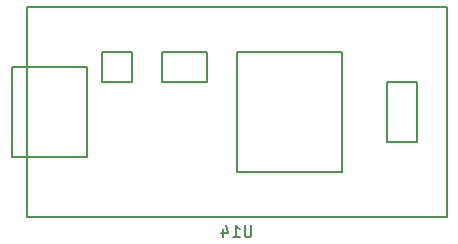
<source format=gbo>
%TF.GenerationSoftware,KiCad,Pcbnew,(5.1.9)-1*%
%TF.CreationDate,2021-03-28T17:18:04-04:00*%
%TF.ProjectId,nogasm,6e6f6761-736d-42e6-9b69-6361645f7063,rev?*%
%TF.SameCoordinates,Original*%
%TF.FileFunction,Legend,Bot*%
%TF.FilePolarity,Positive*%
%FSLAX46Y46*%
G04 Gerber Fmt 4.6, Leading zero omitted, Abs format (unit mm)*
G04 Created by KiCad (PCBNEW (5.1.9)-1) date 2021-03-28 17:18:04*
%MOMM*%
%LPD*%
G01*
G04 APERTURE LIST*
%ADD10C,0.150000*%
G04 APERTURE END LIST*
D10*
%TO.C,U14*%
X102616000Y-57150000D02*
X102616000Y-74930000D01*
X138176000Y-57150000D02*
X102616000Y-57150000D01*
X138176000Y-74930000D02*
X138176000Y-57150000D01*
X102616000Y-74930000D02*
X138176000Y-74930000D01*
X129286000Y-60960000D02*
X120396000Y-60960000D01*
X129286000Y-71120000D02*
X120396000Y-71120000D01*
X120396000Y-71120000D02*
X120396000Y-60960000D01*
X129286000Y-60960000D02*
X129286000Y-71120000D01*
X133096000Y-68580000D02*
X135636000Y-68580000D01*
X133096000Y-63500000D02*
X133096000Y-68580000D01*
X135636000Y-63500000D02*
X133096000Y-63500000D01*
X135636000Y-68580000D02*
X135636000Y-63500000D01*
X108966000Y-63500000D02*
X108966000Y-60960000D01*
X111506000Y-63500000D02*
X108966000Y-63500000D01*
X111506000Y-60960000D02*
X111506000Y-63500000D01*
X108966000Y-60960000D02*
X111506000Y-60960000D01*
X107696000Y-62230000D02*
X102616000Y-62230000D01*
X107696000Y-69850000D02*
X102616000Y-69850000D01*
X107696000Y-62230000D02*
X107696000Y-69850000D01*
X114046000Y-63500000D02*
X114046000Y-60960000D01*
X117856000Y-63500000D02*
X114046000Y-63500000D01*
X117856000Y-60960000D02*
X117856000Y-63500000D01*
X114046000Y-60960000D02*
X117856000Y-60960000D01*
X101346000Y-69850000D02*
X102616000Y-69850000D01*
X101346000Y-62230000D02*
X101346000Y-69850000D01*
X102616000Y-62230000D02*
X101346000Y-62230000D01*
X121634095Y-75652380D02*
X121634095Y-76461904D01*
X121586476Y-76557142D01*
X121538857Y-76604761D01*
X121443619Y-76652380D01*
X121253142Y-76652380D01*
X121157904Y-76604761D01*
X121110285Y-76557142D01*
X121062666Y-76461904D01*
X121062666Y-75652380D01*
X120062666Y-76652380D02*
X120634095Y-76652380D01*
X120348380Y-76652380D02*
X120348380Y-75652380D01*
X120443619Y-75795238D01*
X120538857Y-75890476D01*
X120634095Y-75938095D01*
X119205523Y-75985714D02*
X119205523Y-76652380D01*
X119443619Y-75604761D02*
X119681714Y-76319047D01*
X119062666Y-76319047D01*
%TD*%
M02*

</source>
